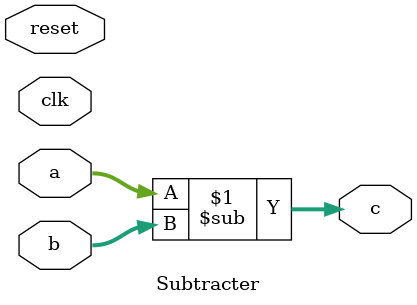
<source format=v>
module Subtracter #(parameter Size = 32)(
  input wire clk,
  input wire reset,
  input wire [Size-1:0] a,
  input wire [Size-1:0] b,
  output wire [Size-1:0] c
);
  assign c = a - b;
endmodule
</source>
